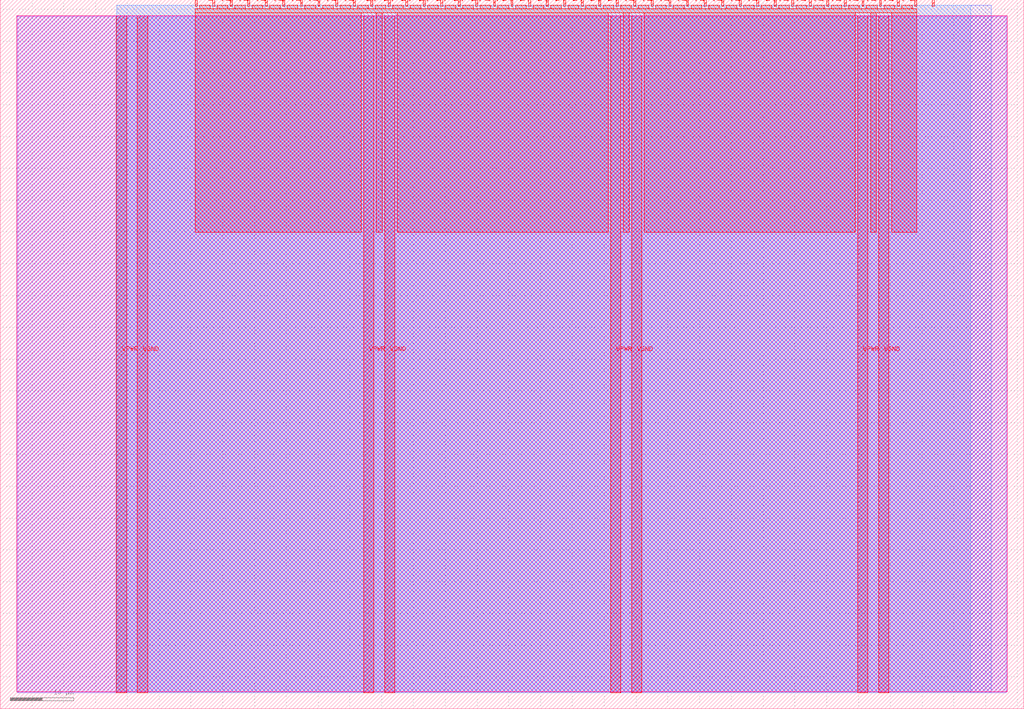
<source format=lef>
VERSION 5.7 ;
  NOWIREEXTENSIONATPIN ON ;
  DIVIDERCHAR "/" ;
  BUSBITCHARS "[]" ;
MACRO tt_um_UartMain
  CLASS BLOCK ;
  FOREIGN tt_um_UartMain ;
  ORIGIN 0.000 0.000 ;
  SIZE 161.000 BY 111.520 ;
  PIN VGND
    DIRECTION INOUT ;
    USE GROUND ;
    PORT
      LAYER met4 ;
        RECT 21.580 2.480 23.180 109.040 ;
    END
    PORT
      LAYER met4 ;
        RECT 60.450 2.480 62.050 109.040 ;
    END
    PORT
      LAYER met4 ;
        RECT 99.320 2.480 100.920 109.040 ;
    END
    PORT
      LAYER met4 ;
        RECT 138.190 2.480 139.790 109.040 ;
    END
  END VGND
  PIN VPWR
    DIRECTION INOUT ;
    USE POWER ;
    PORT
      LAYER met4 ;
        RECT 18.280 2.480 19.880 109.040 ;
    END
    PORT
      LAYER met4 ;
        RECT 57.150 2.480 58.750 109.040 ;
    END
    PORT
      LAYER met4 ;
        RECT 96.020 2.480 97.620 109.040 ;
    END
    PORT
      LAYER met4 ;
        RECT 134.890 2.480 136.490 109.040 ;
    END
  END VPWR
  PIN clk
    DIRECTION INPUT ;
    USE SIGNAL ;
    ANTENNAGATEAREA 0.852000 ;
    PORT
      LAYER met4 ;
        RECT 143.830 110.520 144.130 111.520 ;
    END
  END clk
  PIN ena
    DIRECTION INPUT ;
    USE SIGNAL ;
    PORT
      LAYER met4 ;
        RECT 146.590 110.520 146.890 111.520 ;
    END
  END ena
  PIN rst_n
    DIRECTION INPUT ;
    USE SIGNAL ;
    ANTENNAGATEAREA 0.196500 ;
    PORT
      LAYER met4 ;
        RECT 141.070 110.520 141.370 111.520 ;
    END
  END rst_n
  PIN ui_in[0]
    DIRECTION INPUT ;
    USE SIGNAL ;
    ANTENNAGATEAREA 0.196500 ;
    PORT
      LAYER met4 ;
        RECT 138.310 110.520 138.610 111.520 ;
    END
  END ui_in[0]
  PIN ui_in[1]
    DIRECTION INPUT ;
    USE SIGNAL ;
    PORT
      LAYER met4 ;
        RECT 135.550 110.520 135.850 111.520 ;
    END
  END ui_in[1]
  PIN ui_in[2]
    DIRECTION INPUT ;
    USE SIGNAL ;
    PORT
      LAYER met4 ;
        RECT 132.790 110.520 133.090 111.520 ;
    END
  END ui_in[2]
  PIN ui_in[3]
    DIRECTION INPUT ;
    USE SIGNAL ;
    PORT
      LAYER met4 ;
        RECT 130.030 110.520 130.330 111.520 ;
    END
  END ui_in[3]
  PIN ui_in[4]
    DIRECTION INPUT ;
    USE SIGNAL ;
    PORT
      LAYER met4 ;
        RECT 127.270 110.520 127.570 111.520 ;
    END
  END ui_in[4]
  PIN ui_in[5]
    DIRECTION INPUT ;
    USE SIGNAL ;
    PORT
      LAYER met4 ;
        RECT 124.510 110.520 124.810 111.520 ;
    END
  END ui_in[5]
  PIN ui_in[6]
    DIRECTION INPUT ;
    USE SIGNAL ;
    PORT
      LAYER met4 ;
        RECT 121.750 110.520 122.050 111.520 ;
    END
  END ui_in[6]
  PIN ui_in[7]
    DIRECTION INPUT ;
    USE SIGNAL ;
    ANTENNAGATEAREA 0.196500 ;
    PORT
      LAYER met4 ;
        RECT 118.990 110.520 119.290 111.520 ;
    END
  END ui_in[7]
  PIN uio_in[0]
    DIRECTION INPUT ;
    USE SIGNAL ;
    PORT
      LAYER met4 ;
        RECT 116.230 110.520 116.530 111.520 ;
    END
  END uio_in[0]
  PIN uio_in[1]
    DIRECTION INPUT ;
    USE SIGNAL ;
    PORT
      LAYER met4 ;
        RECT 113.470 110.520 113.770 111.520 ;
    END
  END uio_in[1]
  PIN uio_in[2]
    DIRECTION INPUT ;
    USE SIGNAL ;
    PORT
      LAYER met4 ;
        RECT 110.710 110.520 111.010 111.520 ;
    END
  END uio_in[2]
  PIN uio_in[3]
    DIRECTION INPUT ;
    USE SIGNAL ;
    PORT
      LAYER met4 ;
        RECT 107.950 110.520 108.250 111.520 ;
    END
  END uio_in[3]
  PIN uio_in[4]
    DIRECTION INPUT ;
    USE SIGNAL ;
    PORT
      LAYER met4 ;
        RECT 105.190 110.520 105.490 111.520 ;
    END
  END uio_in[4]
  PIN uio_in[5]
    DIRECTION INPUT ;
    USE SIGNAL ;
    PORT
      LAYER met4 ;
        RECT 102.430 110.520 102.730 111.520 ;
    END
  END uio_in[5]
  PIN uio_in[6]
    DIRECTION INPUT ;
    USE SIGNAL ;
    PORT
      LAYER met4 ;
        RECT 99.670 110.520 99.970 111.520 ;
    END
  END uio_in[6]
  PIN uio_in[7]
    DIRECTION INPUT ;
    USE SIGNAL ;
    PORT
      LAYER met4 ;
        RECT 96.910 110.520 97.210 111.520 ;
    END
  END uio_in[7]
  PIN uio_oe[0]
    DIRECTION OUTPUT ;
    USE SIGNAL ;
    PORT
      LAYER met4 ;
        RECT 49.990 110.520 50.290 111.520 ;
    END
  END uio_oe[0]
  PIN uio_oe[1]
    DIRECTION OUTPUT ;
    USE SIGNAL ;
    PORT
      LAYER met4 ;
        RECT 47.230 110.520 47.530 111.520 ;
    END
  END uio_oe[1]
  PIN uio_oe[2]
    DIRECTION OUTPUT ;
    USE SIGNAL ;
    PORT
      LAYER met4 ;
        RECT 44.470 110.520 44.770 111.520 ;
    END
  END uio_oe[2]
  PIN uio_oe[3]
    DIRECTION OUTPUT ;
    USE SIGNAL ;
    PORT
      LAYER met4 ;
        RECT 41.710 110.520 42.010 111.520 ;
    END
  END uio_oe[3]
  PIN uio_oe[4]
    DIRECTION OUTPUT ;
    USE SIGNAL ;
    PORT
      LAYER met4 ;
        RECT 38.950 110.520 39.250 111.520 ;
    END
  END uio_oe[4]
  PIN uio_oe[5]
    DIRECTION OUTPUT ;
    USE SIGNAL ;
    PORT
      LAYER met4 ;
        RECT 36.190 110.520 36.490 111.520 ;
    END
  END uio_oe[5]
  PIN uio_oe[6]
    DIRECTION OUTPUT ;
    USE SIGNAL ;
    PORT
      LAYER met4 ;
        RECT 33.430 110.520 33.730 111.520 ;
    END
  END uio_oe[6]
  PIN uio_oe[7]
    DIRECTION OUTPUT ;
    USE SIGNAL ;
    PORT
      LAYER met4 ;
        RECT 30.670 110.520 30.970 111.520 ;
    END
  END uio_oe[7]
  PIN uio_out[0]
    DIRECTION OUTPUT ;
    USE SIGNAL ;
    PORT
      LAYER met4 ;
        RECT 72.070 110.520 72.370 111.520 ;
    END
  END uio_out[0]
  PIN uio_out[1]
    DIRECTION OUTPUT ;
    USE SIGNAL ;
    PORT
      LAYER met4 ;
        RECT 69.310 110.520 69.610 111.520 ;
    END
  END uio_out[1]
  PIN uio_out[2]
    DIRECTION OUTPUT ;
    USE SIGNAL ;
    PORT
      LAYER met4 ;
        RECT 66.550 110.520 66.850 111.520 ;
    END
  END uio_out[2]
  PIN uio_out[3]
    DIRECTION OUTPUT ;
    USE SIGNAL ;
    PORT
      LAYER met4 ;
        RECT 63.790 110.520 64.090 111.520 ;
    END
  END uio_out[3]
  PIN uio_out[4]
    DIRECTION OUTPUT ;
    USE SIGNAL ;
    PORT
      LAYER met4 ;
        RECT 61.030 110.520 61.330 111.520 ;
    END
  END uio_out[4]
  PIN uio_out[5]
    DIRECTION OUTPUT ;
    USE SIGNAL ;
    PORT
      LAYER met4 ;
        RECT 58.270 110.520 58.570 111.520 ;
    END
  END uio_out[5]
  PIN uio_out[6]
    DIRECTION OUTPUT ;
    USE SIGNAL ;
    PORT
      LAYER met4 ;
        RECT 55.510 110.520 55.810 111.520 ;
    END
  END uio_out[6]
  PIN uio_out[7]
    DIRECTION OUTPUT ;
    USE SIGNAL ;
    PORT
      LAYER met4 ;
        RECT 52.750 110.520 53.050 111.520 ;
    END
  END uio_out[7]
  PIN uo_out[0]
    DIRECTION OUTPUT ;
    USE SIGNAL ;
    ANTENNADIFFAREA 0.445500 ;
    PORT
      LAYER met4 ;
        RECT 94.150 110.520 94.450 111.520 ;
    END
  END uo_out[0]
  PIN uo_out[1]
    DIRECTION OUTPUT ;
    USE SIGNAL ;
    PORT
      LAYER met4 ;
        RECT 91.390 110.520 91.690 111.520 ;
    END
  END uo_out[1]
  PIN uo_out[2]
    DIRECTION OUTPUT ;
    USE SIGNAL ;
    PORT
      LAYER met4 ;
        RECT 88.630 110.520 88.930 111.520 ;
    END
  END uo_out[2]
  PIN uo_out[3]
    DIRECTION OUTPUT ;
    USE SIGNAL ;
    PORT
      LAYER met4 ;
        RECT 85.870 110.520 86.170 111.520 ;
    END
  END uo_out[3]
  PIN uo_out[4]
    DIRECTION OUTPUT ;
    USE SIGNAL ;
    PORT
      LAYER met4 ;
        RECT 83.110 110.520 83.410 111.520 ;
    END
  END uo_out[4]
  PIN uo_out[5]
    DIRECTION OUTPUT ;
    USE SIGNAL ;
    PORT
      LAYER met4 ;
        RECT 80.350 110.520 80.650 111.520 ;
    END
  END uo_out[5]
  PIN uo_out[6]
    DIRECTION OUTPUT ;
    USE SIGNAL ;
    PORT
      LAYER met4 ;
        RECT 77.590 110.520 77.890 111.520 ;
    END
  END uo_out[6]
  PIN uo_out[7]
    DIRECTION OUTPUT ;
    USE SIGNAL ;
    PORT
      LAYER met4 ;
        RECT 74.830 110.520 75.130 111.520 ;
    END
  END uo_out[7]
  OBS
      LAYER nwell ;
        RECT 2.570 2.635 158.430 108.990 ;
      LAYER li1 ;
        RECT 2.760 2.635 158.240 108.885 ;
      LAYER met1 ;
        RECT 2.760 2.480 158.240 109.040 ;
      LAYER met2 ;
        RECT 18.310 2.535 155.840 110.685 ;
      LAYER met3 ;
        RECT 18.290 2.555 152.655 110.665 ;
      LAYER met4 ;
        RECT 31.370 110.120 33.030 110.665 ;
        RECT 34.130 110.120 35.790 110.665 ;
        RECT 36.890 110.120 38.550 110.665 ;
        RECT 39.650 110.120 41.310 110.665 ;
        RECT 42.410 110.120 44.070 110.665 ;
        RECT 45.170 110.120 46.830 110.665 ;
        RECT 47.930 110.120 49.590 110.665 ;
        RECT 50.690 110.120 52.350 110.665 ;
        RECT 53.450 110.120 55.110 110.665 ;
        RECT 56.210 110.120 57.870 110.665 ;
        RECT 58.970 110.120 60.630 110.665 ;
        RECT 61.730 110.120 63.390 110.665 ;
        RECT 64.490 110.120 66.150 110.665 ;
        RECT 67.250 110.120 68.910 110.665 ;
        RECT 70.010 110.120 71.670 110.665 ;
        RECT 72.770 110.120 74.430 110.665 ;
        RECT 75.530 110.120 77.190 110.665 ;
        RECT 78.290 110.120 79.950 110.665 ;
        RECT 81.050 110.120 82.710 110.665 ;
        RECT 83.810 110.120 85.470 110.665 ;
        RECT 86.570 110.120 88.230 110.665 ;
        RECT 89.330 110.120 90.990 110.665 ;
        RECT 92.090 110.120 93.750 110.665 ;
        RECT 94.850 110.120 96.510 110.665 ;
        RECT 97.610 110.120 99.270 110.665 ;
        RECT 100.370 110.120 102.030 110.665 ;
        RECT 103.130 110.120 104.790 110.665 ;
        RECT 105.890 110.120 107.550 110.665 ;
        RECT 108.650 110.120 110.310 110.665 ;
        RECT 111.410 110.120 113.070 110.665 ;
        RECT 114.170 110.120 115.830 110.665 ;
        RECT 116.930 110.120 118.590 110.665 ;
        RECT 119.690 110.120 121.350 110.665 ;
        RECT 122.450 110.120 124.110 110.665 ;
        RECT 125.210 110.120 126.870 110.665 ;
        RECT 127.970 110.120 129.630 110.665 ;
        RECT 130.730 110.120 132.390 110.665 ;
        RECT 133.490 110.120 135.150 110.665 ;
        RECT 136.250 110.120 137.910 110.665 ;
        RECT 139.010 110.120 140.670 110.665 ;
        RECT 141.770 110.120 143.430 110.665 ;
        RECT 30.655 109.440 144.145 110.120 ;
        RECT 30.655 74.975 56.750 109.440 ;
        RECT 59.150 74.975 60.050 109.440 ;
        RECT 62.450 74.975 95.620 109.440 ;
        RECT 98.020 74.975 98.920 109.440 ;
        RECT 101.320 74.975 134.490 109.440 ;
        RECT 136.890 74.975 137.790 109.440 ;
        RECT 140.190 74.975 144.145 109.440 ;
  END
END tt_um_UartMain
END LIBRARY


</source>
